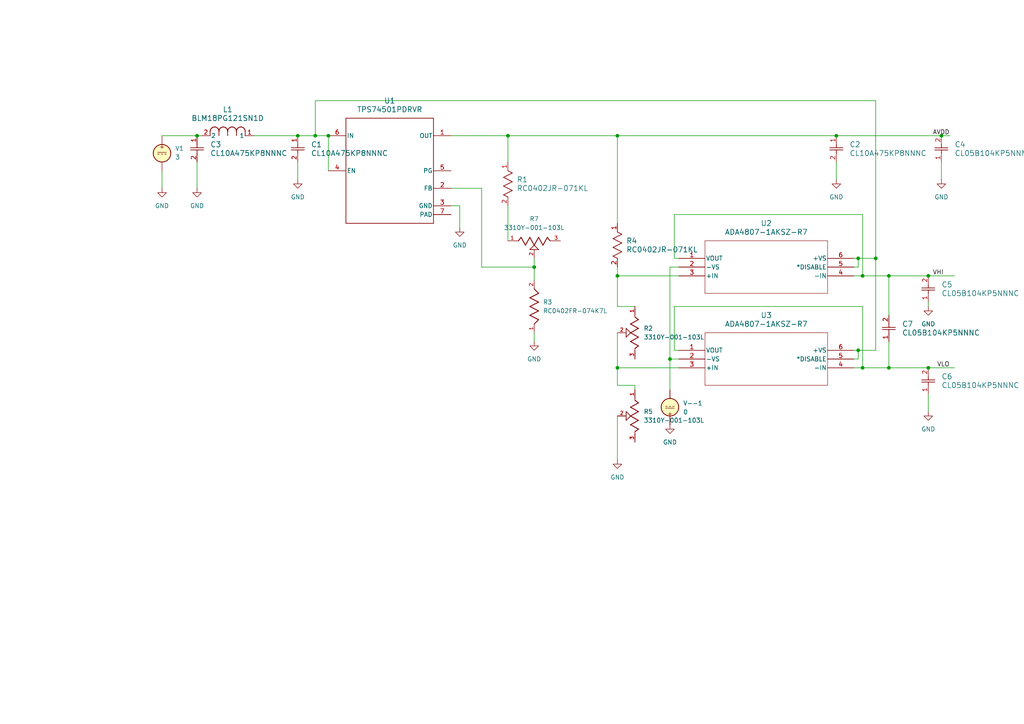
<source format=kicad_sch>
(kicad_sch (version 20231120) (generator "eeschema") (generator_version "8.0")
  (paper "A4")
  (lib_symbols
    (symbol "Cap100nF:CL05B104KP5NNNC" (pin_names (offset 0.254))
      (property "Reference" "C" (at 3.81 3.81 0))
      (property "Value" "CL05B104KP5NNNC" (at 3.81 -3.81 0))
      (symbol "CL05B104KP5NNNC_1_1"
        (polyline (pts (xy 2.54 0) (xy 3.4798 0)) (stroke (width 0.2032)))
        (polyline (pts (xy 3.4798 -1.905) (xy 3.4798 1.905)) (stroke (width 0.2032)))
        (polyline (pts (xy 4.1148 -1.905) (xy 4.1148 1.905)) (stroke (width 0.2032)))
        (polyline (pts (xy 4.1148 0) (xy 5.08 0)) (stroke (width 0.2032)))
        (pin unspecified line (at 0 0 0) (length 2.54) (name "") (number "1"))
        (pin unspecified line (at 7.62 0 180) (length 2.54) (name "") (number "2"))
      )
      (symbol "CL05B104KP5NNNC_1_2"
        (polyline (pts (xy -1.905 -4.1148) (xy 1.905 -4.1148)) (stroke (width 0.2032)))
        (polyline (pts (xy -1.905 -3.4798) (xy 1.905 -3.4798)) (stroke (width 0.2032)))
        (polyline (pts (xy 0 -4.1148) (xy 0 -5.08)) (stroke (width 0.2032)))
        (polyline (pts (xy 0 -2.54) (xy 0 -3.4798)) (stroke (width 0.2032)))
        (pin unspecified line (at 0 0 270) (length 2.54) (name "") (number "1"))
        (pin unspecified line (at 0 -7.62 90) (length 2.54) (name "") (number "2"))
      )
    )
    (symbol "Cap4.7uF:CL10A475KP8NNNC" (pin_names (offset 0.254))
      (property "Reference" "C" (at 3.81 3.81 0))
      (property "Value" "CL10A475KP8NNNC" (at 3.81 -3.81 0))
      (symbol "CL10A475KP8NNNC_1_1"
        (polyline (pts (xy 2.54 0) (xy 3.4798 0)) (stroke (width 0.2032)))
        (polyline (pts (xy 3.4798 -1.905) (xy 3.4798 1.905)) (stroke (width 0.2032)))
        (polyline (pts (xy 4.1148 -1.905) (xy 4.1148 1.905)) (stroke (width 0.2032)))
        (polyline (pts (xy 4.1148 0) (xy 5.08 0)) (stroke (width 0.2032)))
        (pin unspecified line (at 0 0 0) (length 2.54) (name "") (number "1"))
        (pin unspecified line (at 7.62 0 180) (length 2.54) (name "") (number "2"))
      )
      (symbol "CL10A475KP8NNNC_1_2"
        (polyline (pts (xy -1.905 -4.1148) (xy 1.905 -4.1148)) (stroke (width 0.2032)))
        (polyline (pts (xy -1.905 -3.4798) (xy 1.905 -3.4798)) (stroke (width 0.2032)))
        (polyline (pts (xy 0 -4.1148) (xy 0 -5.08)) (stroke (width 0.2032)))
        (polyline (pts (xy 0 -2.54) (xy 0 -3.4798)) (stroke (width 0.2032)))
        (pin unspecified line (at 0 0 270) (length 2.54) (name "") (number "1"))
        (pin unspecified line (at 0 -7.62 90) (length 2.54) (name "") (number "2"))
      )
    )
    (symbol "LDO:TPS74501PDRVR" (pin_names (offset 0.254))
      (property "Reference" "U" (at 0 2.54 0))
      (property "Value" "TPS74501PDRVR" (at 0 0 0))
      (symbol "TPS74501PDRVR_0_1"
        (polyline (pts (xy -12.7 -15.24) (xy 12.7 -15.24)) (stroke (width 0.2032)))
        (polyline (pts (xy -12.7 15.24) (xy -12.7 -15.24)) (stroke (width 0.2032)))
        (polyline (pts (xy 12.7 -15.24) (xy 12.7 15.24)) (stroke (width 0.2032)))
        (polyline (pts (xy 12.7 15.24) (xy -12.7 15.24)) (stroke (width 0.2032)))
        (pin power_in line (at 17.78 10.16 180) (length 5.08) (name "OUT") (number "1"))
        (pin input line (at 17.78 -5.08 180) (length 5.08) (name "FB") (number "2"))
        (pin power_in line (at 17.78 -10.16 180) (length 5.08) (name "GND") (number "3"))
        (pin input line (at -17.78 0 0) (length 5.08) (name "EN") (number "4"))
        (pin open_collector line (at 17.78 0 180) (length 5.08) (name "PG") (number "5"))
        (pin power_in line (at -17.78 10.16 0) (length 5.08) (name "IN") (number "6"))
        (pin power_in line (at 17.78 -12.7 180) (length 5.08) (name "PAD") (number "7"))
      )
    )
    (symbol "Opamp:ADA4807-1AKSZ-R7" (pin_names (offset 0.254))
      (property "Reference" "U" (at 25.4 10.16 0))
      (property "Value" "ADA4807-1AKSZ-R7" (at 25.4 7.62 0))
      (symbol "ADA4807-1AKSZ-R7_0_1"
        (polyline (pts (xy 7.62 -10.16) (xy 43.18 -10.16)) (stroke (width 0.127)))
        (polyline (pts (xy 7.62 5.08) (xy 7.62 -10.16)) (stroke (width 0.127)))
        (polyline (pts (xy 43.18 -10.16) (xy 43.18 5.08)) (stroke (width 0.127)))
        (polyline (pts (xy 43.18 5.08) (xy 7.62 5.08)) (stroke (width 0.127)))
        (pin power_in line (at 0 0 0) (length 7.62) (name "VOUT") (number "1"))
        (pin power_in line (at 0 -2.54 0) (length 7.62) (name "-VS") (number "2"))
        (pin input line (at 0 -5.08 0) (length 7.62) (name "+IN") (number "3"))
        (pin input line (at 50.8 -5.08 180) (length 7.62) (name "-IN") (number "4"))
        (pin unspecified line (at 50.8 -2.54 180) (length 7.62) (name "*DISABLE") (number "5"))
        (pin power_in line (at 50.8 0 180) (length 7.62) (name "+VS") (number "6"))
      )
    )
    (symbol "Resistor1k:RC0402JR-071KL" (pin_names (offset 0.254))
      (property "Reference" "R" (at 5.715 3.81 0))
      (property "Value" "RC0402JR-071KL" (at 6.35 -3.81 0))
      (symbol "RC0402JR-071KL_1_1"
        (polyline (pts (xy 2.54 0) (xy 3.175 1.27)) (stroke (width 0.2032)))
        (polyline (pts (xy 3.175 1.27) (xy 4.445 -1.27)) (stroke (width 0.2032)))
        (polyline (pts (xy 4.445 -1.27) (xy 5.715 1.27)) (stroke (width 0.2032)))
        (polyline (pts (xy 5.715 1.27) (xy 6.985 -1.27)) (stroke (width 0.2032)))
        (polyline (pts (xy 6.985 -1.27) (xy 8.255 1.27)) (stroke (width 0.2032)))
        (polyline (pts (xy 8.255 1.27) (xy 9.525 -1.27)) (stroke (width 0.2032)))
        (polyline (pts (xy 9.525 -1.27) (xy 10.16 0)) (stroke (width 0.2032)))
        (pin unspecified line (at 12.7 0 180) (length 2.54) (name "") (number "1"))
        (pin unspecified line (at 0 0 0) (length 2.54) (name "") (number "2"))
      )
      (symbol "RC0402JR-071KL_1_2"
        (polyline (pts (xy -1.27 3.175) (xy 1.27 4.445)) (stroke (width 0.2032)))
        (polyline (pts (xy -1.27 5.715) (xy 1.27 6.985)) (stroke (width 0.2032)))
        (polyline (pts (xy -1.27 8.255) (xy 1.27 9.525)) (stroke (width 0.2032)))
        (polyline (pts (xy 0 2.54) (xy -1.27 3.175)) (stroke (width 0.2032)))
        (polyline (pts (xy 1.27 4.445) (xy -1.27 5.715)) (stroke (width 0.2032)))
        (polyline (pts (xy 1.27 6.985) (xy -1.27 8.255)) (stroke (width 0.2032)))
        (polyline (pts (xy 1.27 9.525) (xy 0 10.16)) (stroke (width 0.2032)))
        (pin unspecified line (at 0 12.7 270) (length 2.54) (name "") (number "1"))
        (pin unspecified line (at 0 0 90) (length 2.54) (name "") (number "2"))
      )
    )
    (symbol "Simulation_SPICE:VDC" (pin_numbers hide) (pin_names (offset 0.0254))
      (property "Reference" "V" (at 2.54 2.54 0))
      (property "Value" "1" (at 2.54 0 0))
      (symbol "VDC_0_0"
        (polyline (pts (xy -1.27 0.254) (xy 1.27 0.254)))
        (polyline (pts (xy -0.762 -0.254) (xy -1.27 -0.254)))
        (polyline (pts (xy 0.254 -0.254) (xy -0.254 -0.254)))
        (polyline (pts (xy 1.27 -0.254) (xy 0.762 -0.254)))
        (text "+" (at 0 1.905 0) (effects (font (size 1.27 1.27))))
      )
      (symbol "VDC_0_1"
        (circle (center 0 0) (radius 2.54) (stroke (width 0.254)) (fill (type background)))
      )
      (symbol "VDC_1_1"
        (pin passive line (at 0 5.08 270) (length 2.54) (name "~") (number "1"))
        (pin passive line (at 0 -5.08 90) (length 2.54) (name "~") (number "2"))
      )
    )
    (symbol "ferriteBeads120Ohm:BLM18PG121SN1D" (pin_names (offset 0.254))
      (property "Reference" "L" (at 6.985 5.08 0))
      (property "Value" "BLM18PG121SN1D" (at 6.985 -2.54 0))
      (symbol "BLM18PG121SN1D_1_1"
        (polyline (pts (xy 2.54 0) (xy 2.54 1.27)) (stroke (width 0.2032)))
        (polyline (pts (xy 5.08 0) (xy 5.08 1.27)) (stroke (width 0.2032)))
        (polyline (pts (xy 7.62 0) (xy 7.62 1.27)) (stroke (width 0.2032)))
        (polyline (pts (xy 10.16 0) (xy 10.16 1.27)) (stroke (width 0.2032)))
        (polyline (pts (xy 12.7 0) (xy 12.7 1.27)) (stroke (width 0.2032)))
        (arc (start 5.08 1.27) (mid 3.81 2.5344) (end 2.54 1.27) (stroke (width 0.254)))
        (arc (start 7.62 1.27) (mid 6.35 2.5344) (end 5.08 1.27) (stroke (width 0.254)))
        (arc (start 10.16 1.27) (mid 8.89 2.5344) (end 7.62 1.27) (stroke (width 0.254)))
        (arc (start 12.7 1.27) (mid 11.43 2.5344) (end 10.16 1.27) (stroke (width 0.254)))
        (pin unspecified line (at 15.24 0 180) (length 2.54) (name "1") (number "1"))
        (pin unspecified line (at 0 0 0) (length 2.54) (name "2") (number "2"))
      )
      (symbol "BLM18PG121SN1D_1_2"
        (arc (start -1.27 5.08) (mid -2.5344 3.81) (end -1.27 2.54) (stroke (width 0.254)))
        (arc (start -1.27 7.62) (mid -2.5344 6.35) (end -1.27 5.08) (stroke (width 0.254)))
        (arc (start -1.27 10.16) (mid -2.5344 8.89) (end -1.27 7.62) (stroke (width 0.254)))
        (arc (start -1.27 12.7) (mid -2.5344 11.43) (end -1.27 10.16) (stroke (width 0.254)))
        (polyline (pts (xy 0 2.54) (xy -1.27 2.54)) (stroke (width 0.2032)))
        (polyline (pts (xy 0 5.08) (xy -1.27 5.08)) (stroke (width 0.2032)))
        (polyline (pts (xy 0 7.62) (xy -1.27 7.62)) (stroke (width 0.2032)))
        (polyline (pts (xy 0 10.16) (xy -1.27 10.16)) (stroke (width 0.2032)))
        (polyline (pts (xy 0 12.7) (xy -1.27 12.7)) (stroke (width 0.2032)))
        (pin unspecified line (at 0 15.24 270) (length 2.54) (name "1") (number "1"))
        (pin unspecified line (at 0 0 90) (length 2.54) (name "2") (number "2"))
      )
    )
    (symbol "potentiometer:3310Y-001-103L" (pin_names (offset 1.016))
      (property "Reference" "R" (at -5.0895 5.0895 0))
      (property "Value" "3310Y-001-103L" (at -5.0814 2.5407 0))
      (symbol "3310Y-001-103L_0_0"
        (polyline (pts (xy -5.08 0) (xy -4.572 0)) (stroke (width 0.1524)))
        (polyline (pts (xy -4.572 0) (xy -3.81 1.016)) (stroke (width 0.254)))
        (polyline (pts (xy -3.81 1.016) (xy -2.54 -1.27)) (stroke (width 0.254)))
        (polyline (pts (xy -2.54 -1.27) (xy -1.27 1.016)) (stroke (width 0.254)))
        (polyline (pts (xy -1.27 -2.54) (xy 0 -1.27)) (stroke (width 0.2032)))
        (polyline (pts (xy -1.27 1.016) (xy 0 -1.27)) (stroke (width 0.254)))
        (polyline (pts (xy 0 -1.27) (xy 1.27 -2.54)) (stroke (width 0.2032)))
        (polyline (pts (xy 0 -1.27) (xy 1.27 1.016)) (stroke (width 0.254)))
        (polyline (pts (xy 1.27 -2.54) (xy -1.27 -2.54)) (stroke (width 0.2032)))
        (polyline (pts (xy 1.27 1.016) (xy 2.54 -1.27)) (stroke (width 0.254)))
        (polyline (pts (xy 2.54 -1.27) (xy 3.81 1.016)) (stroke (width 0.254)))
        (polyline (pts (xy 3.81 1.016) (xy 4.572 0)) (stroke (width 0.254)))
        (polyline (pts (xy 4.572 0) (xy 5.08 0)) (stroke (width 0.1524)))
        (pin passive line (at -7.62 0 0) (length 2.54) (name "~") (number "1"))
        (pin passive line (at 0 -5.08 90) (length 2.54) (name "~") (number "2"))
        (pin passive line (at 7.62 0 180) (length 2.54) (name "~") (number "3"))
      )
    )
    (symbol "power:GND" (power) (pin_numbers hide) (pin_names (offset 0) hide)
      (property "Value" "GND" (at 0 -3.81 0))
      (symbol "GND_0_1"
        (polyline (pts (xy 0 0) (xy 0 -1.27) (xy 1.27 -1.27) (xy 0 -2.54) (xy -1.27 -1.27) (xy 0 -1.27)))
      )
      (symbol "GND_1_1"
        (pin power_in line (at 0 0 270) (length 0) (name "~") (number "1"))
      )
    )
    (symbol "resistor4.7k:RC0402FR-074K7L" (pin_names (offset 1.016))
      (property "Reference" "R" (at -4.447 2.0075 0))
      (property "Value" "RC0402FR-074K7L" (at -4.4467 -3.5574 0))
      (symbol "RC0402FR-074K7L_0_0"
        (polyline (pts (xy -5.08 0) (xy -3.81 -1.27)) (stroke (width 0.254)))
        (polyline (pts (xy -3.81 -1.27) (xy -2.54 1.27)) (stroke (width 0.254)))
        (polyline (pts (xy -2.54 1.27) (xy -1.27 -1.27)) (stroke (width 0.254)))
        (polyline (pts (xy -1.27 -1.27) (xy 0 1.27)) (stroke (width 0.254)))
        (polyline (pts (xy 0 1.27) (xy 1.27 -1.27)) (stroke (width 0.254)))
        (polyline (pts (xy 1.27 -1.27) (xy 2.54 1.27)) (stroke (width 0.254)))
        (polyline (pts (xy 2.54 1.27) (xy 3.81 -1.27)) (stroke (width 0.254)))
        (polyline (pts (xy 3.81 -1.27) (xy 5.08 0)) (stroke (width 0.254)))
        (pin passive line (at -7.62 0 0) (length 2.54) (name "~") (number "1"))
        (pin passive line (at 7.62 0 180) (length 2.54) (name "~") (number "2"))
      )
    )
  )
  (junction (at 242.57 39.37))
  (junction (at 269.24 80.01))
  (junction (at 269.24 106.68))
  (junction (at 257.81 106.68))
  (junction (at 248.92 101.6))
  (junction (at 179.07 80.01))
  (junction (at 91.44 39.37))
  (junction (at 86.36 39.37))
  (junction (at 179.07 39.37))
  (junction (at 250.19 80.01))
  (junction (at 57.15 39.37))
  (junction (at 95.25 39.37))
  (junction (at 250.19 106.68))
  (junction (at 147.32 39.37))
  (junction (at 248.92 74.93))
  (junction (at 257.81 80.01))
  (junction (at 154.94 77.47))
  (junction (at 254 74.93))
  (junction (at 194.31 104.14))
  (junction (at 179.07 106.68))
  (junction (at 273.05 39.37))
  (wire (pts (xy 147.32 59.69) (xy 147.32 69.85)))
  (wire (pts (xy 194.31 104.14) (xy 196.85 104.14)))
  (wire (pts (xy 248.92 101.6) (xy 248.92 104.14)))
  (wire (pts (xy 179.07 96.52) (xy 179.07 106.68)))
  (wire (pts (xy 250.19 106.68) (xy 257.81 106.68)))
  (wire (pts (xy 247.65 74.93) (xy 248.92 74.93)))
  (wire (pts (xy 154.94 77.47) (xy 139.7 77.47)))
  (wire (pts (xy 179.07 39.37) (xy 242.57 39.37)))
  (wire (pts (xy 269.24 80.01) (xy 276.86 80.01)))
  (wire (pts (xy 179.07 88.9) (xy 184.15 88.9)))
  (wire (pts (xy 147.32 39.37) (xy 179.07 39.37)))
  (wire (pts (xy 250.19 62.23) (xy 195.58 62.23)))
  (wire (pts (xy 130.81 39.37) (xy 147.32 39.37)))
  (wire (pts (xy 248.92 101.6) (xy 254 101.6)))
  (wire (pts (xy 86.36 52.07) (xy 86.36 46.99)))
  (wire (pts (xy 250.19 80.01) (xy 250.19 62.23)))
  (wire (pts (xy 194.31 77.47) (xy 196.85 77.47)))
  (wire (pts (xy 247.65 104.14) (xy 248.92 104.14)))
  (wire (pts (xy 273.05 39.37) (xy 275.59 39.37)))
  (wire (pts (xy 179.07 39.37) (xy 179.07 64.77)))
  (wire (pts (xy 254 29.21) (xy 254 74.93)))
  (wire (pts (xy 257.81 80.01) (xy 269.24 80.01)))
  (wire (pts (xy 273.05 46.99) (xy 273.05 52.07)))
  (wire (pts (xy 269.24 114.3) (xy 269.24 119.38)))
  (wire (pts (xy 250.19 106.68) (xy 250.19 88.9)))
  (wire (pts (xy 154.94 74.93) (xy 154.94 77.47)))
  (wire (pts (xy 254 74.93) (xy 254 101.6)))
  (wire (pts (xy 248.92 74.93) (xy 248.92 77.47)))
  (wire (pts (xy 154.94 96.52) (xy 154.94 99.06)))
  (wire (pts (xy 250.19 80.01) (xy 257.81 80.01)))
  (wire (pts (xy 91.44 29.21) (xy 254 29.21)))
  (wire (pts (xy 248.92 74.93) (xy 254 74.93)))
  (wire (pts (xy 257.81 80.01) (xy 257.81 91.44)))
  (wire (pts (xy 257.81 99.06) (xy 257.81 106.68)))
  (wire (pts (xy 147.32 39.37) (xy 147.32 46.99)))
  (wire (pts (xy 179.07 77.47) (xy 179.07 80.01)))
  (wire (pts (xy 247.65 77.47) (xy 248.92 77.47)))
  (wire (pts (xy 194.31 104.14) (xy 194.31 113.03)))
  (wire (pts (xy 57.15 39.37) (xy 58.42 39.37)))
  (wire (pts (xy 179.07 120.65) (xy 179.07 133.35)))
  (wire (pts (xy 86.36 39.37) (xy 91.44 39.37)))
  (wire (pts (xy 195.58 62.23) (xy 195.58 74.93)))
  (wire (pts (xy 91.44 39.37) (xy 95.25 39.37)))
  (wire (pts (xy 257.81 106.68) (xy 269.24 106.68)))
  (wire (pts (xy 179.07 80.01) (xy 179.07 88.9)))
  (wire (pts (xy 269.24 106.68) (xy 276.86 106.68)))
  (wire (pts (xy 247.65 106.68) (xy 250.19 106.68)))
  (wire (pts (xy 91.44 39.37) (xy 91.44 29.21)))
  (wire (pts (xy 195.58 88.9) (xy 195.58 101.6)))
  (wire (pts (xy 195.58 101.6) (xy 196.85 101.6)))
  (wire (pts (xy 194.31 77.47) (xy 194.31 104.14)))
  (wire (pts (xy 195.58 74.93) (xy 196.85 74.93)))
  (wire (pts (xy 179.07 80.01) (xy 196.85 80.01)))
  (wire (pts (xy 139.7 77.47) (xy 139.7 54.61)))
  (wire (pts (xy 133.35 59.69) (xy 133.35 66.04)))
  (wire (pts (xy 269.24 87.63) (xy 269.24 88.9)))
  (wire (pts (xy 242.57 39.37) (xy 273.05 39.37)))
  (wire (pts (xy 247.65 80.01) (xy 250.19 80.01)))
  (wire (pts (xy 46.99 39.37) (xy 57.15 39.37)))
  (wire (pts (xy 130.81 59.69) (xy 133.35 59.69)))
  (wire (pts (xy 250.19 88.9) (xy 195.58 88.9)))
  (wire (pts (xy 46.99 49.53) (xy 46.99 54.61)))
  (wire (pts (xy 95.25 39.37) (xy 95.25 49.53)))
  (wire (pts (xy 179.07 106.68) (xy 196.85 106.68)))
  (wire (pts (xy 184.15 111.76) (xy 184.15 113.03)))
  (wire (pts (xy 154.94 77.47) (xy 154.94 81.28)))
  (wire (pts (xy 247.65 101.6) (xy 248.92 101.6)))
  (wire (pts (xy 139.7 54.61) (xy 130.81 54.61)))
  (wire (pts (xy 57.15 46.99) (xy 57.15 54.61)))
  (wire (pts (xy 242.57 46.99) (xy 242.57 52.07)))
  (wire (pts (xy 73.66 39.37) (xy 86.36 39.37)))
  (wire (pts (xy 179.07 106.68) (xy 179.07 111.76)))
  (wire (pts (xy 179.07 111.76) (xy 184.15 111.76)))
  (label "VLO" (at 271.78 106.68 0))
  (label "VHI" (at 270.51 80.01 0))
  (label "AVDD" (at 270.51 39.37 0))
  (symbol (lib_id "Resistor1k:RC0402JR-071KL") (at 147.32 59.69 90) (unit 1)
    (property "Reference" "R1" (at 149.86 52.0699 90) (effects (font (size 1.524 1.524)) (justify right)))
    (property "Value" "RC0402JR-071KL" (at 149.86 54.6099 90) (effects (font (size 1.524 1.524)) (justify right)))
    (property "Footprint" "RC0402N_YAG" (effects (hide yes)))
    (property "Datasheet" "RC0402JR-071KL" (effects (hide yes)))
    (property "Sim.Device" "R" (effects (hide yes)))
    (property "Sim.Pins" "1=+ 2=-" (effects (hide yes)))
    (property "Sim.Params" "r=1k" (effects (hide yes)))
    (property "Sim.Type" "=" (effects (hide yes)))
  )
  (symbol (lib_id "power:GND") (at 46.99 54.61 0) (unit 1)
    (property "Reference" "#PWR0103" (effects (hide yes)))
    (property "Value" "GND" (at 46.99 59.69 0))
    (property "Description" "Power symbol creates a global label with name \"GND\" , ground" (effects (hide yes)))
  )
  (symbol (lib_id "potentiometer:3310Y-001-103L") (at 154.94 69.85 0) (unit 1)
    (property "Reference" "R7" (at 154.94 63.5 0))
    (property "Value" "3310Y-001-103L" (at 154.94 66.04 0))
    (property "Footprint" "3310Y-001-103L:TRIM_3310Y-001-103L" (effects (hide yes)))
    (property "STANDARD" "IPC 7351B" (effects (hide yes)))
    (property "MANUFACTURER" "BOURNS" (effects (hide yes)))
  )
  (symbol (lib_id "Cap4.7uF:CL10A475KP8NNNC") (at 86.36 39.37 270) (unit 1)
    (property "Reference" "C1" (at 90.17 41.9099 90) (effects (font (size 1.524 1.524)) (justify left)))
    (property "Value" "CL10A475KP8NNNC" (at 90.17 44.4499 90) (effects (font (size 1.524 1.524)) (justify left)))
    (property "Footprint" "CAP_0603_CL10A_1P6XP8_SAM" (effects (hide yes)))
    (property "Datasheet" "CL10A475KP8NNNC" (effects (hide yes)))
    (property "Sim.Library" "/home/maxwell/github-repos/sp-24-EE628/6_Test/2_PCB/test_board_1/TestBoardEDA/models/CL10A475KP8NNN_Precise_DC0V_25degC_P.lib" (effects (hide yes)))
    (property "Sim.Name" "CL10A475KP8NNN_Precise_DC0V_25degC" (effects (hide yes)))
    (property "Sim.Device" "SUBCKT" (effects (hide yes)))
    (property "Sim.Pins" "1=1 2=2" (effects (hide yes)))
  )
  (symbol (lib_id "Cap4.7uF:CL10A475KP8NNNC") (at 57.15 39.37 270) (unit 1)
    (property "Reference" "C3" (at 60.96 41.9099 90) (effects (font (size 1.524 1.524)) (justify left)))
    (property "Value" "CL10A475KP8NNNC" (at 60.96 44.4499 90) (effects (font (size 1.524 1.524)) (justify left)))
    (property "Footprint" "CAP_0603_CL10A_1P6XP8_SAM" (effects (hide yes)))
    (property "Datasheet" "CL10A475KP8NNNC" (effects (hide yes)))
    (property "Sim.Library" "/home/maxwell/github-repos/sp-24-EE628/6_Test/2_PCB/test_board_1/TestBoardEDA/models/CL10A475KP8NNN_Precise_DC0V_25degC_P.lib" (effects (hide yes)))
    (property "Sim.Name" "CL10A475KP8NNN_Precise_DC0V_25degC" (effects (hide yes)))
    (property "Sim.Device" "SUBCKT" (effects (hide yes)))
    (property "Sim.Pins" "1=1 2=2" (effects (hide yes)))
  )
  (symbol (lib_id "resistor4.7k:RC0402FR-074K7L") (at 154.94 88.9 90) (unit 1)
    (property "Reference" "R3" (at 157.48 87.6299 90) (effects (justify right)))
    (property "Value" "RC0402FR-074K7L" (at 157.48 90.1699 90) (effects (justify right)))
    (property "Footprint" "RC0402FR-074K7L:RESC1005X40" (effects (hide yes)))
    (property "DigiKey_Part_Number" "311-4.7KLRTR-ND" (effects (hide yes)))
    (property "SnapEDA_Link" "https://www.snapeda.com/parts/RC0402FR-074K7L/Yageo/view-part/?ref=snap" (effects (hide yes)))
    (property "Description_1" "\n4.7 kOhms ±1% 0.063W, 1/16W Chip Resistor 0402 (1005 Metric) Moisture Resistant Thick Film\n" (effects (hide yes)))
    (property "Package" "1005 Panasonic Electronic Components" (effects (hide yes)))
    (property "Check_prices" "https://www.snapeda.com/parts/RC0402FR-074K7L/Yageo/view-part/?ref=eda" (effects (hide yes)))
    (property "MF" "Yageo" (effects (hide yes)))
    (property "MP" "RC0402FR-074K7L" (effects (hide yes)))
    (property "MANUFACTURER" "YAGEO" (effects (hide yes)))
  )
  (symbol (lib_id "potentiometer:3310Y-001-103L") (at 184.15 120.65 270) (unit 1)
    (property "Reference" "R5" (at 186.69 119.3799 90) (effects (justify left)))
    (property "Value" "3310Y-001-103L" (at 186.69 121.9199 90) (effects (justify left)))
    (property "Footprint" "3310Y-001-103L:TRIM_3310Y-001-103L" (effects (hide yes)))
    (property "STANDARD" "IPC 7351B" (effects (hide yes)))
    (property "MANUFACTURER" "BOURNS" (effects (hide yes)))
  )
  (symbol (lib_id "power:GND") (at 179.07 133.35 0) (unit 1)
    (property "Reference" "#PWR0106" (effects (hide yes)))
    (property "Value" "GND" (at 179.07 138.43 0))
    (property "Description" "Power symbol creates a global label with name \"GND\" , ground" (effects (hide yes)))
  )
  (symbol (lib_id "power:GND") (at 269.24 119.38 0) (unit 1)
    (property "Reference" "#PWR04" (effects (hide yes)))
    (property "Value" "GND" (at 269.24 124.46 0))
    (property "Description" "Power symbol creates a global label with name \"GND\" , ground" (effects (hide yes)))
  )
  (symbol (lib_id "power:GND") (at 242.57 52.07 0) (unit 1)
    (property "Reference" "#PWR0104" (effects (hide yes)))
    (property "Value" "GND" (at 242.57 57.15 0))
    (property "Description" "Power symbol creates a global label with name \"GND\" , ground" (effects (hide yes)))
  )
  (symbol (lib_id "power:GND") (at 133.35 66.04 0) (unit 1)
    (property "Reference" "#PWR0102" (effects (hide yes)))
    (property "Value" "GND" (at 133.35 71.12 0))
    (property "Description" "Power symbol creates a global label with name \"GND\" , ground" (effects (hide yes)))
  )
  (symbol (lib_id "Cap100nF:CL05B104KP5NNNC") (at 269.24 87.63 90) (unit 1)
    (property "Reference" "C5" (at 273.05 82.5499 90) (effects (font (size 1.524 1.524)) (justify right)))
    (property "Value" "CL05B104KP5NNNC" (at 273.05 85.0899 90) (effects (font (size 1.524 1.524)) (justify right)))
    (property "Footprint" "CAP_CL05_SAM" (effects (hide yes)))
    (property "Datasheet" "CL05B104KP5NNNC" (effects (hide yes)))
  )
  (symbol (lib_id "Opamp:ADA4807-1AKSZ-R7") (at 196.85 101.6 0) (unit 1)
    (property "Reference" "U3" (at 222.25 91.44 0) (effects (font (size 1.524 1.524))))
    (property "Value" "ADA4807-1AKSZ-R7" (at 222.25 93.98 0) (effects (font (size 1.524 1.524))))
    (property "Footprint" "KS-6_ADI" (effects (hide yes)))
    (property "Datasheet" "ADA4807-1AKSZ-R7" (effects (hide yes)))
    (property "Sim.Library" "/home/maxwell/github-repos/sp-24-EE628/6_Test/2_PCB/test_board_1/TestBoardEDA/models/ADA4807.cir" (effects (hide yes)))
    (property "Sim.Name" "ADA4807" (effects (hide yes)))
    (property "Sim.Device" "SUBCKT" (effects (hide yes)))
    (property "Sim.Pins" "1=104 2=103 3=100 4=101 5=106 6=102" (effects (hide yes)))
  )
  (symbol (lib_id "Resistor1k:RC0402JR-071KL") (at 179.07 77.47 90) (unit 1)
    (property "Reference" "R4" (at 181.61 69.8499 90) (effects (font (size 1.524 1.524)) (justify right)))
    (property "Value" "RC0402JR-071KL" (at 181.61 72.3899 90) (effects (font (size 1.524 1.524)) (justify right)))
    (property "Footprint" "RC0402N_YAG" (effects (hide yes)))
    (property "Datasheet" "RC0402JR-071KL" (effects (hide yes)))
    (property "Sim.Device" "R" (effects (hide yes)))
    (property "Sim.Pins" "1=+ 2=-" (effects (hide yes)))
    (property "Sim.Params" "r=1k" (effects (hide yes)))
    (property "Sim.Type" "=" (effects (hide yes)))
  )
  (symbol (lib_id "LDO:TPS74501PDRVR") (at 113.03 49.53 0) (unit 1)
    (property "Reference" "U1" (at 113.03 29.21 0) (effects (font (size 1.524 1.524))))
    (property "Value" "TPS74501PDRVR" (at 113.03 31.75 0) (effects (font (size 1.524 1.524))))
    (property "Footprint" "DRV0006A" (effects (hide yes)))
    (property "Datasheet" "TPS74501PDRVR" (effects (hide yes)))
    (property "Sim.Library" "/home/maxwell/github-repos/sp-24-EE628/6_Test/2_PCB/test_board_1/TestBoardEDA/models/TPS74501P_TRANS.lib" (effects (hide yes)))
    (property "Sim.Name" "TPS74501P_TRANS" (effects (hide yes)))
    (property "Sim.Device" "SUBCKT" (effects (hide yes)))
    (property "Sim.Pins" "1=VOUT 2=FB 3=GND 4=EN 5=PG 6=VIN" (effects (hide yes)))
  )
  (symbol (lib_id "power:GND") (at 86.36 52.07 0) (unit 1)
    (property "Reference" "#PWR0101" (effects (hide yes)))
    (property "Value" "GND" (at 86.36 57.15 0))
    (property "Description" "Power symbol creates a global label with name \"GND\" , ground" (effects (hide yes)))
  )
  (symbol (lib_id "Simulation_SPICE:VDC") (at 194.31 118.11 180) (unit 1)
    (property "Reference" "V--1" (at 198.12 116.9697 0) (effects (justify right)))
    (property "Value" "0" (at 198.12 119.5097 0) (effects (justify right)))
    (property "Datasheet" "https://ngspice.sourceforge.io/docs/ngspice-html-manual/manual.xhtml#sec_Independent_Sources_for" (effects (hide yes)))
    (property "Description" "Voltage source, DC" (effects (hide yes)))
    (property "Sim.Pins" "1=+ 2=-" (effects (hide yes)))
    (property "Sim.Type" "DC" (effects (hide yes)))
    (property "Sim.Device" "V" (effects (hide yes)))
  )
  (symbol (lib_id "Opamp:ADA4807-1AKSZ-R7") (at 196.85 74.93 0) (unit 1)
    (property "Reference" "U2" (at 222.25 64.77 0) (effects (font (size 1.524 1.524))))
    (property "Value" "ADA4807-1AKSZ-R7" (at 222.25 67.31 0) (effects (font (size 1.524 1.524))))
    (property "Footprint" "KS-6_ADI" (effects (hide yes)))
    (property "Datasheet" "ADA4807-1AKSZ-R7" (effects (hide yes)))
    (property "Sim.Library" "/home/maxwell/github-repos/sp-24-EE628/6_Test/2_PCB/test_board_1/TestBoardEDA/models/ADA4807.cir" (effects (hide yes)))
    (property "Sim.Name" "ADA4807" (effects (hide yes)))
    (property "Sim.Device" "SUBCKT" (effects (hide yes)))
    (property "Sim.Pins" "1=104 2=103 3=100 4=101 5=106 6=102" (effects (hide yes)))
  )
  (symbol (lib_id "Cap4.7uF:CL10A475KP8NNNC") (at 242.57 39.37 270) (unit 1)
    (property "Reference" "C2" (at 246.38 41.9099 90) (effects (font (size 1.524 1.524)) (justify left)))
    (property "Value" "CL10A475KP8NNNC" (at 246.38 44.4499 90) (effects (font (size 1.524 1.524)) (justify left)))
    (property "Footprint" "CAP_0603_CL10A_1P6XP8_SAM" (effects (hide yes)))
    (property "Datasheet" "CL10A475KP8NNNC" (effects (hide yes)))
    (property "Sim.Library" "/home/maxwell/github-repos/sp-24-EE628/6_Test/2_PCB/test_board_1/TestBoardEDA/models/CL10A475KP8NNN_Precise_DC0V_25degC_P.lib" (effects (hide yes)))
    (property "Sim.Name" "CL10A475KP8NNN_Precise_DC0V_25degC" (effects (hide yes)))
    (property "Sim.Device" "SUBCKT" (effects (hide yes)))
    (property "Sim.Pins" "1=1 2=2" (effects (hide yes)))
  )
  (symbol (lib_id "power:GND") (at 154.94 99.06 0) (unit 1)
    (property "Reference" "#PWR0105" (effects (hide yes)))
    (property "Value" "GND" (at 154.94 104.14 0))
    (property "Description" "Power symbol creates a global label with name \"GND\" , ground" (effects (hide yes)))
  )
  (symbol (lib_id "power:GND") (at 57.15 54.61 0) (unit 1)
    (property "Reference" "#PWR01" (effects (hide yes)))
    (property "Value" "GND" (at 57.15 59.69 0))
    (property "Description" "Power symbol creates a global label with name \"GND\" , ground" (effects (hide yes)))
  )
  (symbol (lib_id "power:GND") (at 273.05 52.07 0) (unit 1)
    (property "Reference" "#PWR02" (effects (hide yes)))
    (property "Value" "GND" (at 273.05 57.15 0))
    (property "Description" "Power symbol creates a global label with name \"GND\" , ground" (effects (hide yes)))
  )
  (symbol (lib_id "power:GND") (at 194.31 123.19 0) (unit 1)
    (property "Reference" "#PWR0107" (effects (hide yes)))
    (property "Value" "GND" (at 194.31 128.27 0))
    (property "Description" "Power symbol creates a global label with name \"GND\" , ground" (effects (hide yes)))
  )
  (symbol (lib_id "Cap100nF:CL05B104KP5NNNC") (at 257.81 99.06 90) (unit 1)
    (property "Reference" "C7" (at 261.62 93.9799 90) (effects (font (size 1.524 1.524)) (justify right)))
    (property "Value" "CL05B104KP5NNNC" (at 261.62 96.5199 90) (effects (font (size 1.524 1.524)) (justify right)))
    (property "Footprint" "CAP_CL05_SAM" (effects (hide yes)))
    (property "Datasheet" "CL05B104KP5NNNC" (effects (hide yes)))
  )
  (symbol (lib_id "Cap100nF:CL05B104KP5NNNC") (at 269.24 114.3 90) (unit 1)
    (property "Reference" "C6" (at 273.05 109.2199 90) (effects (font (size 1.524 1.524)) (justify right)))
    (property "Value" "CL05B104KP5NNNC" (at 273.05 111.7599 90) (effects (font (size 1.524 1.524)) (justify right)))
    (property "Footprint" "CAP_CL05_SAM" (effects (hide yes)))
    (property "Datasheet" "CL05B104KP5NNNC" (effects (hide yes)))
  )
  (symbol (lib_id "Simulation_SPICE:VDC") (at 46.99 44.45 0) (unit 1)
    (property "Reference" "V1" (at 50.8 43.0501 0) (effects (justify left)))
    (property "Value" "3" (at 50.8 45.5901 0) (effects (justify left)))
    (property "Datasheet" "https://ngspice.sourceforge.io/docs/ngspice-html-manual/manual.xhtml#sec_Independent_Sources_for" (effects (hide yes)))
    (property "Description" "Voltage source, DC" (effects (hide yes)))
    (property "Sim.Pins" "1=+ 2=-" (effects (hide yes)))
    (property "Sim.Type" "DC" (effects (hide yes)))
    (property "Sim.Device" "V" (effects (hide yes)))
  )
  (symbol (lib_id "power:GND") (at 269.24 88.9 0) (unit 1)
    (property "Reference" "#PWR03" (effects (hide yes)))
    (property "Value" "GND" (at 269.24 93.98 0))
    (property "Description" "Power symbol creates a global label with name \"GND\" , ground" (effects (hide yes)))
  )
  (symbol (lib_id "ferriteBeads120Ohm:BLM18PG121SN1D") (at 58.42 39.37 0) (unit 1)
    (property "Reference" "L1" (at 66.04 31.75 0) (effects (font (size 1.524 1.524))))
    (property "Value" "BLM18PG121SN1D" (at 66.04 34.29 0) (effects (font (size 1.524 1.524))))
    (property "Footprint" "IND_BLM18_0603_MUR" (effects (hide yes)))
    (property "Datasheet" "BLM18PG121SN1D" (effects (hide yes)))
    (property "Sim.Library" "/home/maxwell/github-repos/sp-24-EE628/6_Test/2_PCB/test_board_1/TestBoardEDA/models/BLM18PG121SN1.mod" (effects (hide yes)))
    (property "Sim.Name" "BLM18PG121SN1" (effects (hide yes)))
    (property "Sim.Device" "SUBCKT" (effects (hide yes)))
    (property "Sim.Pins" "1=port1 2=port2" (effects (hide yes)))
  )
  (symbol (lib_id "potentiometer:3310Y-001-103L") (at 184.15 96.52 270) (unit 1)
    (property "Reference" "R2" (at 186.69 95.2499 90) (effects (justify left)))
    (property "Value" "3310Y-001-103L" (at 186.69 97.7899 90) (effects (justify left)))
    (property "Footprint" "3310Y-001-103L:TRIM_3310Y-001-103L" (effects (hide yes)))
    (property "STANDARD" "IPC 7351B" (effects (hide yes)))
    (property "MANUFACTURER" "BOURNS" (effects (hide yes)))
  )
  (symbol (lib_id "Cap100nF:CL05B104KP5NNNC") (at 273.05 46.99 90) (unit 1)
    (property "Reference" "C4" (at 276.86 41.9099 90) (effects (font (size 1.524 1.524)) (justify right)))
    (property "Value" "CL05B104KP5NNNC" (at 276.86 44.4499 90) (effects (font (size 1.524 1.524)) (justify right)))
    (property "Footprint" "CAP_CL05_SAM" (effects (hide yes)))
    (property "Datasheet" "CL05B104KP5NNNC" (effects (hide yes)))
  )
)
</source>
